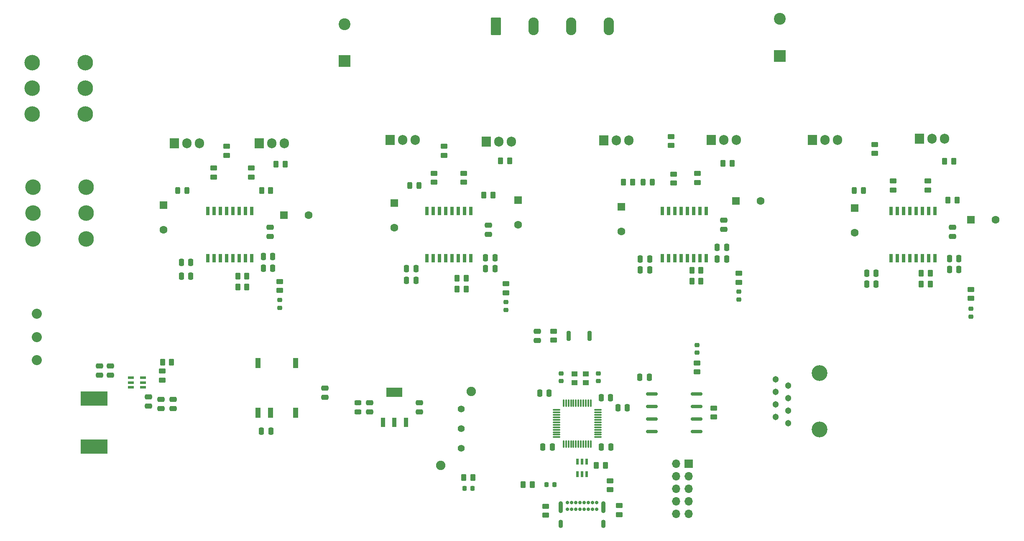
<source format=gbr>
%TF.GenerationSoftware,KiCad,Pcbnew,(6.0.7)*%
%TF.CreationDate,2024-02-27T11:31:56-06:00*%
%TF.ProjectId,StepperMotorController,53746570-7065-4724-9d6f-746f72436f6e,rev?*%
%TF.SameCoordinates,Original*%
%TF.FileFunction,Soldermask,Top*%
%TF.FilePolarity,Negative*%
%FSLAX46Y46*%
G04 Gerber Fmt 4.6, Leading zero omitted, Abs format (unit mm)*
G04 Created by KiCad (PCBNEW (6.0.7)) date 2024-02-27 11:31:56*
%MOMM*%
%LPD*%
G01*
G04 APERTURE LIST*
G04 Aperture macros list*
%AMRoundRect*
0 Rectangle with rounded corners*
0 $1 Rounding radius*
0 $2 $3 $4 $5 $6 $7 $8 $9 X,Y pos of 4 corners*
0 Add a 4 corners polygon primitive as box body*
4,1,4,$2,$3,$4,$5,$6,$7,$8,$9,$2,$3,0*
0 Add four circle primitives for the rounded corners*
1,1,$1+$1,$2,$3*
1,1,$1+$1,$4,$5*
1,1,$1+$1,$6,$7*
1,1,$1+$1,$8,$9*
0 Add four rect primitives between the rounded corners*
20,1,$1+$1,$2,$3,$4,$5,0*
20,1,$1+$1,$4,$5,$6,$7,0*
20,1,$1+$1,$6,$7,$8,$9,0*
20,1,$1+$1,$8,$9,$2,$3,0*%
G04 Aperture macros list end*
%ADD10RoundRect,0.243750X-0.243750X-0.456250X0.243750X-0.456250X0.243750X0.456250X-0.243750X0.456250X0*%
%ADD11RoundRect,0.250000X0.262500X0.450000X-0.262500X0.450000X-0.262500X-0.450000X0.262500X-0.450000X0*%
%ADD12R,0.900000X1.950000*%
%ADD13R,3.200000X1.950000*%
%ADD14R,1.905000X2.000000*%
%ADD15O,1.905000X2.000000*%
%ADD16RoundRect,0.250000X0.450000X-0.262500X0.450000X0.262500X-0.450000X0.262500X-0.450000X-0.262500X0*%
%ADD17RoundRect,0.250000X-0.475000X0.250000X-0.475000X-0.250000X0.475000X-0.250000X0.475000X0.250000X0*%
%ADD18RoundRect,0.250000X-0.450000X0.262500X-0.450000X-0.262500X0.450000X-0.262500X0.450000X0.262500X0*%
%ADD19C,3.149600*%
%ADD20RoundRect,0.250000X-0.250000X-0.475000X0.250000X-0.475000X0.250000X0.475000X-0.250000X0.475000X0*%
%ADD21RoundRect,0.250000X0.475000X-0.250000X0.475000X0.250000X-0.475000X0.250000X-0.475000X-0.250000X0*%
%ADD22RoundRect,0.243750X0.243750X0.456250X-0.243750X0.456250X-0.243750X-0.456250X0.243750X-0.456250X0*%
%ADD23RoundRect,0.225000X0.250000X-0.225000X0.250000X0.225000X-0.250000X0.225000X-0.250000X-0.225000X0*%
%ADD24RoundRect,0.200000X0.200000X0.800000X-0.200000X0.800000X-0.200000X-0.800000X0.200000X-0.800000X0*%
%ADD25R,0.650000X1.750000*%
%ADD26R,2.400000X2.400000*%
%ADD27C,2.400000*%
%ADD28RoundRect,0.250000X-0.262500X-0.450000X0.262500X-0.450000X0.262500X0.450000X-0.262500X0.450000X0*%
%ADD29RoundRect,0.075000X-0.075000X0.662500X-0.075000X-0.662500X0.075000X-0.662500X0.075000X0.662500X0*%
%ADD30RoundRect,0.075000X-0.662500X0.075000X-0.662500X-0.075000X0.662500X-0.075000X0.662500X0.075000X0*%
%ADD31R,1.600000X1.600000*%
%ADD32C,1.600000*%
%ADD33RoundRect,0.250000X0.250000X0.475000X-0.250000X0.475000X-0.250000X-0.475000X0.250000X-0.475000X0*%
%ADD34C,1.397000*%
%ADD35C,1.905000*%
%ADD36RoundRect,0.218750X0.256250X-0.218750X0.256250X0.218750X-0.256250X0.218750X-0.256250X-0.218750X0*%
%ADD37RoundRect,0.243750X0.456250X-0.243750X0.456250X0.243750X-0.456250X0.243750X-0.456250X-0.243750X0*%
%ADD38RoundRect,0.225000X-0.250000X0.225000X-0.250000X-0.225000X0.250000X-0.225000X0.250000X0.225000X0*%
%ADD39R,1.000000X2.100000*%
%ADD40RoundRect,0.218750X-0.218750X-0.256250X0.218750X-0.256250X0.218750X0.256250X-0.218750X0.256250X0*%
%ADD41R,0.600000X1.200000*%
%ADD42C,2.032000*%
%ADD43RoundRect,0.250001X-0.799999X-1.549999X0.799999X-1.549999X0.799999X1.549999X-0.799999X1.549999X0*%
%ADD44O,2.100000X3.600000*%
%ADD45C,3.200000*%
%ADD46C,1.303000*%
%ADD47R,1.200000X0.600000*%
%ADD48R,1.300000X1.100000*%
%ADD49RoundRect,0.218750X-0.256250X0.218750X-0.256250X-0.218750X0.256250X-0.218750X0.256250X0.218750X0*%
%ADD50RoundRect,0.162500X-1.012500X-0.162500X1.012500X-0.162500X1.012500X0.162500X-1.012500X0.162500X0*%
%ADD51R,5.400000X2.900000*%
%ADD52R,1.700000X1.700000*%
%ADD53O,1.700000X1.700000*%
%ADD54C,0.700000*%
%ADD55O,0.900000X2.400000*%
%ADD56O,0.900000X1.700000*%
G04 APERTURE END LIST*
D10*
%TO.C,D5*%
X252062500Y-167000000D03*
X253937500Y-167000000D03*
%TD*%
D11*
%TO.C,R17*%
X272312500Y-162000000D03*
X270487500Y-162000000D03*
%TD*%
D12*
%TO.C,IC6*%
X246700000Y-215050000D03*
X249000000Y-215050000D03*
X251300000Y-215050000D03*
D13*
X249000000Y-208950000D03*
%TD*%
D14*
%TO.C,Q2*%
X221610000Y-158495000D03*
D15*
X224150000Y-158495000D03*
X226690000Y-158495000D03*
%TD*%
D16*
%TO.C,R29*%
X310350000Y-166412500D03*
X310350000Y-164587500D03*
%TD*%
D17*
%TO.C,C44*%
X277900000Y-196570000D03*
X277900000Y-198470000D03*
%TD*%
D18*
%TO.C,R39*%
X318700000Y-184837500D03*
X318700000Y-186662500D03*
%TD*%
D19*
%TO.C,J6*%
X175800000Y-167400000D03*
X175800000Y-172610000D03*
X175800000Y-177820000D03*
X186599999Y-167400000D03*
X186599999Y-172610000D03*
X186599999Y-177820000D03*
%TD*%
D20*
%TO.C,C18*%
X298750000Y-181950000D03*
X300650000Y-181950000D03*
%TD*%
D21*
%TO.C,C47*%
X254000000Y-212950000D03*
X254000000Y-211050000D03*
%TD*%
D22*
%TO.C,D6*%
X301237500Y-166350000D03*
X299362500Y-166350000D03*
%TD*%
D23*
%TO.C,C39*%
X282700000Y-206649999D03*
X282700000Y-205099999D03*
%TD*%
D14*
%TO.C,Q4*%
X267610000Y-158095000D03*
D15*
X270150000Y-158095000D03*
X272690000Y-158095000D03*
%TD*%
D18*
%TO.C,R6*%
X279577500Y-232025000D03*
X279577500Y-233850000D03*
%TD*%
D24*
%TO.C,SW3*%
X288487501Y-197470000D03*
X284287501Y-197470000D03*
%TD*%
D25*
%TO.C,IC4*%
X303255000Y-181775000D03*
X304525000Y-181775000D03*
X305795000Y-181775000D03*
X307065000Y-181775000D03*
X308335000Y-181775000D03*
X309605000Y-181775000D03*
X310875000Y-181775000D03*
X312145000Y-181775000D03*
X312145000Y-172225000D03*
X310875000Y-172225000D03*
X309605000Y-172225000D03*
X308335000Y-172225000D03*
X307065000Y-172225000D03*
X305795000Y-172225000D03*
X304525000Y-172225000D03*
X303255000Y-172225000D03*
%TD*%
D26*
%TO.C,C17*%
X238900000Y-141812755D03*
D27*
X238900000Y-134312755D03*
%TD*%
D25*
%TO.C,IC1*%
X211155000Y-181775000D03*
X212425000Y-181775000D03*
X213695000Y-181775000D03*
X214965000Y-181775000D03*
X216235000Y-181775000D03*
X217505000Y-181775000D03*
X218775000Y-181775000D03*
X220045000Y-181775000D03*
X220045000Y-172225000D03*
X218775000Y-172225000D03*
X217505000Y-172225000D03*
X216235000Y-172225000D03*
X214965000Y-172225000D03*
X213695000Y-172225000D03*
X212425000Y-172225000D03*
X211155000Y-172225000D03*
%TD*%
D28*
%TO.C,R4*%
X217287500Y-187600000D03*
X219112500Y-187600000D03*
%TD*%
D29*
%TO.C,U2*%
X288737500Y-211107500D03*
X288237500Y-211107500D03*
X287737500Y-211107500D03*
X287237500Y-211107500D03*
X286737500Y-211107500D03*
X286237500Y-211107500D03*
X285737500Y-211107500D03*
X285237500Y-211107500D03*
X284737500Y-211107500D03*
X284237500Y-211107500D03*
X283737500Y-211107500D03*
X283237500Y-211107500D03*
D30*
X281825000Y-212520000D03*
X281825000Y-213020000D03*
X281825000Y-213520000D03*
X281825000Y-214020000D03*
X281825000Y-214520000D03*
X281825000Y-215020000D03*
X281825000Y-215520000D03*
X281825000Y-216020000D03*
X281825000Y-216520000D03*
X281825000Y-217020000D03*
X281825000Y-217520000D03*
X281825000Y-218020000D03*
D29*
X283237500Y-219432500D03*
X283737500Y-219432500D03*
X284237500Y-219432500D03*
X284737500Y-219432500D03*
X285237500Y-219432500D03*
X285737500Y-219432500D03*
X286237500Y-219432500D03*
X286737500Y-219432500D03*
X287237500Y-219432500D03*
X287737500Y-219432500D03*
X288237500Y-219432500D03*
X288737500Y-219432500D03*
D30*
X290150000Y-218020000D03*
X290150000Y-217520000D03*
X290150000Y-217020000D03*
X290150000Y-216520000D03*
X290150000Y-216020000D03*
X290150000Y-215520000D03*
X290150000Y-215020000D03*
X290150000Y-214520000D03*
X290150000Y-214020000D03*
X290150000Y-213520000D03*
X290150000Y-213020000D03*
X290150000Y-212520000D03*
%TD*%
D16*
%TO.C,R10*%
X220000000Y-165312500D03*
X220000000Y-163487500D03*
%TD*%
D20*
%TO.C,C4*%
X251425000Y-183845000D03*
X253325000Y-183845000D03*
%TD*%
%TO.C,C45*%
X290875000Y-220050000D03*
X292775000Y-220050000D03*
%TD*%
D31*
%TO.C,C16*%
X274000000Y-170000000D03*
D32*
X274000000Y-175000000D03*
%TD*%
D33*
%TO.C,C42*%
X280325000Y-209100000D03*
X278425000Y-209100000D03*
%TD*%
D28*
%TO.C,R23*%
X309212500Y-186375000D03*
X311037500Y-186375000D03*
%TD*%
D18*
%TO.C,R15*%
X259000000Y-159087500D03*
X259000000Y-160912500D03*
%TD*%
D21*
%TO.C,C30*%
X315700000Y-175950000D03*
X315700000Y-174050000D03*
%TD*%
D16*
%TO.C,R9*%
X257000000Y-166357500D03*
X257000000Y-164532500D03*
%TD*%
D31*
%TO.C,C32*%
X318097349Y-170150000D03*
D32*
X323097349Y-170150000D03*
%TD*%
D16*
%TO.C,R11*%
X263000000Y-166357500D03*
X263000000Y-164532500D03*
%TD*%
D34*
%TO.C,SW2*%
X262517200Y-212284950D03*
X262517200Y-216272750D03*
X262517200Y-220260550D03*
D35*
X264523800Y-208779750D03*
X258326200Y-223765750D03*
%TD*%
D16*
%TO.C,R8*%
X212400000Y-165312500D03*
X212400000Y-163487500D03*
%TD*%
D33*
%TO.C,C10*%
X269325000Y-181645000D03*
X267425000Y-181645000D03*
%TD*%
D36*
%TO.C,D12*%
X365750000Y-193575000D03*
X365750000Y-192000000D03*
%TD*%
D21*
%TO.C,C40*%
X243999998Y-212950000D03*
X243999998Y-211050000D03*
%TD*%
D16*
%TO.C,R28*%
X350000000Y-167912500D03*
X350000000Y-166087500D03*
%TD*%
%TO.C,R3*%
X294500000Y-233712500D03*
X294500000Y-231887500D03*
%TD*%
D11*
%TO.C,R13*%
X223912500Y-168000000D03*
X222087500Y-168000000D03*
%TD*%
D37*
%TO.C,D8*%
X241600000Y-212937500D03*
X241600000Y-211062500D03*
%TD*%
D38*
%TO.C,C38*%
X290300000Y-205100000D03*
X290300000Y-206650000D03*
%TD*%
D36*
%TO.C,D10*%
X318700000Y-190137500D03*
X318700000Y-188562500D03*
%TD*%
D28*
%TO.C,R1*%
X217287500Y-185400000D03*
X219112500Y-185400000D03*
%TD*%
%TO.C,R32*%
X295387500Y-166350000D03*
X297212500Y-166350000D03*
%TD*%
D39*
%TO.C,J3*%
X221390000Y-213100000D03*
X223930000Y-213100000D03*
X229010000Y-213100000D03*
X229010000Y-203000000D03*
X221390000Y-203000000D03*
%TD*%
D40*
%TO.C,USB*%
X279800000Y-227670000D03*
X281375000Y-227670000D03*
%TD*%
D18*
%TO.C,R40*%
X271575000Y-186932500D03*
X271575000Y-188757500D03*
%TD*%
D41*
%TO.C,D1*%
X287937500Y-223020000D03*
X286987500Y-223020000D03*
X286037500Y-223020000D03*
X286037500Y-225520000D03*
X286987500Y-225520000D03*
X287937500Y-225520000D03*
%TD*%
D11*
%TO.C,R25*%
X203862500Y-202800000D03*
X202037500Y-202800000D03*
%TD*%
D42*
%TO.C,SW1*%
X176533400Y-202420101D03*
X176533400Y-197720100D03*
X176533400Y-193020100D03*
%TD*%
D33*
%TO.C,C41*%
X280950000Y-220000000D03*
X279050000Y-220000000D03*
%TD*%
D20*
%TO.C,C3*%
X205850000Y-182600000D03*
X207750000Y-182600000D03*
%TD*%
D28*
%TO.C,R21*%
X309212500Y-184175000D03*
X311037500Y-184175000D03*
%TD*%
D10*
%TO.C,D4*%
X205062500Y-168000000D03*
X206937500Y-168000000D03*
%TD*%
D20*
%TO.C,C43*%
X290837500Y-210070000D03*
X292737500Y-210070000D03*
%TD*%
D43*
%TO.C,J5*%
X269570000Y-134722500D03*
D44*
X277190000Y-134722500D03*
X284810000Y-134722500D03*
X292430000Y-134722500D03*
%TD*%
D14*
%TO.C,Q7*%
X333610000Y-157795000D03*
D15*
X336150000Y-157795000D03*
X338690000Y-157795000D03*
%TD*%
D20*
%TO.C,C23*%
X344600000Y-187000000D03*
X346500000Y-187000000D03*
%TD*%
D17*
%TO.C,C27*%
X189249998Y-203600000D03*
X189249998Y-205500000D03*
%TD*%
D18*
%TO.C,R42*%
X225800000Y-186487500D03*
X225800000Y-188312500D03*
%TD*%
%TO.C,FB1*%
X292625000Y-226837500D03*
X292625000Y-228662500D03*
%TD*%
D14*
%TO.C,Q5*%
X291400000Y-157850000D03*
D15*
X293940000Y-157850000D03*
X296480000Y-157850000D03*
%TD*%
D10*
%TO.C,D7*%
X342062500Y-168000000D03*
X343937500Y-168000000D03*
%TD*%
D11*
%TO.C,R19*%
X276900000Y-227670000D03*
X275075000Y-227670000D03*
%TD*%
D17*
%TO.C,CBOOT1*%
X199200001Y-209850000D03*
X199200001Y-211750000D03*
%TD*%
D28*
%TO.C,R24*%
X355637500Y-187000000D03*
X357462500Y-187000000D03*
%TD*%
D18*
%TO.C,R12*%
X215000000Y-159087500D03*
X215000000Y-160912500D03*
%TD*%
D28*
%TO.C,R38*%
X263050000Y-226175000D03*
X264875000Y-226175000D03*
%TD*%
D18*
%TO.C,R7*%
X313675000Y-212132500D03*
X313675000Y-213957500D03*
%TD*%
D33*
%TO.C,C9*%
X224350000Y-181400000D03*
X222450000Y-181400000D03*
%TD*%
D31*
%TO.C,C11*%
X202200000Y-171000000D03*
D32*
X202200000Y-176000000D03*
%TD*%
D20*
%TO.C,C8*%
X251425000Y-186245000D03*
X253325000Y-186245000D03*
%TD*%
D31*
%TO.C,C28*%
X294900000Y-171347349D03*
D32*
X294900000Y-176347349D03*
%TD*%
D33*
%TO.C,C25*%
X316250000Y-179550000D03*
X314350000Y-179550000D03*
%TD*%
D45*
%TO.C,J2*%
X335100000Y-216435000D03*
X335100000Y-205005000D03*
D46*
X328750000Y-215165000D03*
X326210000Y-213895000D03*
X328750000Y-212625000D03*
X326210000Y-211355000D03*
X328750000Y-210085000D03*
X326210000Y-208815000D03*
X328750000Y-207545000D03*
X326210000Y-206275000D03*
%TD*%
D36*
%TO.C,D11*%
X271575000Y-192232500D03*
X271575000Y-190657500D03*
%TD*%
D18*
%TO.C,R31*%
X305000000Y-157087500D03*
X305000000Y-158912500D03*
%TD*%
D25*
%TO.C,IC5*%
X349505000Y-181775000D03*
X350775000Y-181775000D03*
X352045000Y-181775000D03*
X353315000Y-181775000D03*
X354585000Y-181775000D03*
X355855000Y-181775000D03*
X357125000Y-181775000D03*
X358395000Y-181775000D03*
X358395000Y-172225000D03*
X357125000Y-172225000D03*
X355855000Y-172225000D03*
X354585000Y-172225000D03*
X353315000Y-172225000D03*
X352045000Y-172225000D03*
X350775000Y-172225000D03*
X349505000Y-172225000D03*
%TD*%
%TO.C,IC2*%
X255555000Y-181775000D03*
X256825000Y-181775000D03*
X258095000Y-181775000D03*
X259365000Y-181775000D03*
X260635000Y-181775000D03*
X261905000Y-181775000D03*
X263175000Y-181775000D03*
X264445000Y-181775000D03*
X264445000Y-172225000D03*
X263175000Y-172225000D03*
X261905000Y-172225000D03*
X260635000Y-172225000D03*
X259365000Y-172225000D03*
X258095000Y-172225000D03*
X256825000Y-172225000D03*
X255555000Y-172225000D03*
%TD*%
D33*
%TO.C,C7*%
X269325000Y-183845000D03*
X267425000Y-183845000D03*
%TD*%
%TO.C,C20*%
X316250000Y-181950000D03*
X314350000Y-181950000D03*
%TD*%
D17*
%TO.C,C35*%
X201700000Y-210350000D03*
X201700000Y-212250000D03*
%TD*%
D16*
%TO.C,R37*%
X281187501Y-198382500D03*
X281187501Y-196557500D03*
%TD*%
D20*
%TO.C,C6*%
X205850000Y-185400000D03*
X207750000Y-185400000D03*
%TD*%
D26*
%TO.C,C1*%
X327000000Y-140762755D03*
D27*
X327000000Y-133262755D03*
%TD*%
D47*
%TO.C,IC3*%
X198100000Y-207899998D03*
X198100000Y-206949998D03*
X198100000Y-205999998D03*
X195600000Y-205999998D03*
X195600000Y-206949998D03*
X195600000Y-207899998D03*
%TD*%
D16*
%TO.C,R27*%
X305555000Y-166522500D03*
X305555000Y-164697500D03*
%TD*%
D11*
%TO.C,R33*%
X317362500Y-162500000D03*
X315537500Y-162500000D03*
%TD*%
D21*
%TO.C,C31*%
X361950000Y-177350000D03*
X361950000Y-175450000D03*
%TD*%
D14*
%TO.C,Q3*%
X248110000Y-157795000D03*
D15*
X250650000Y-157795000D03*
X253190000Y-157795000D03*
%TD*%
D31*
%TO.C,C12*%
X249000000Y-170597349D03*
D32*
X249000000Y-175597349D03*
%TD*%
D14*
%TO.C,Q6*%
X313160000Y-157795000D03*
D15*
X315700000Y-157795000D03*
X318240000Y-157795000D03*
%TD*%
D33*
%TO.C,C36*%
X223950000Y-216800000D03*
X222050000Y-216800000D03*
%TD*%
D11*
%TO.C,R36*%
X362212500Y-162100000D03*
X360387500Y-162100000D03*
%TD*%
D18*
%TO.C,R34*%
X346250000Y-158687500D03*
X346250000Y-160512500D03*
%TD*%
D36*
%TO.C,D13*%
X225800000Y-191787500D03*
X225800000Y-190212500D03*
%TD*%
D20*
%TO.C,C46*%
X294225000Y-212100000D03*
X296125000Y-212100000D03*
%TD*%
D21*
%TO.C,C34*%
X204200000Y-212250000D03*
X204200000Y-210350000D03*
%TD*%
D40*
%TO.C,5V*%
X263175000Y-228375000D03*
X264750000Y-228375000D03*
%TD*%
D17*
%TO.C,C37*%
X234900000Y-208050000D03*
X234900000Y-209950000D03*
%TD*%
D31*
%TO.C,C29*%
X342150000Y-171597349D03*
D32*
X342150000Y-176597349D03*
%TD*%
D11*
%TO.C,R14*%
X226862500Y-162700000D03*
X225037500Y-162700000D03*
%TD*%
D33*
%TO.C,C22*%
X363300000Y-181800000D03*
X361400000Y-181800000D03*
%TD*%
D18*
%TO.C,R41*%
X365750000Y-188087500D03*
X365750000Y-189912500D03*
%TD*%
%TO.C,R26*%
X201950000Y-204637500D03*
X201950000Y-206462500D03*
%TD*%
D20*
%TO.C,C19*%
X344600000Y-184800000D03*
X346500000Y-184800000D03*
%TD*%
D19*
%TO.C,J7*%
X175630501Y-142107500D03*
X175630501Y-147317500D03*
X175630501Y-152527500D03*
X186430500Y-142107500D03*
X186430500Y-147317500D03*
X186430500Y-152527500D03*
%TD*%
D28*
%TO.C,R2*%
X261662500Y-185845000D03*
X263487500Y-185845000D03*
%TD*%
D14*
%TO.C,Q8*%
X355300000Y-157550000D03*
D15*
X357840000Y-157550000D03*
X360380000Y-157550000D03*
%TD*%
D31*
%TO.C,C15*%
X226597349Y-173000000D03*
D32*
X231597349Y-173000000D03*
%TD*%
D21*
%TO.C,C14*%
X268000000Y-176950000D03*
X268000000Y-175050000D03*
%TD*%
D48*
%TO.C,Y1*%
X287725000Y-205175000D03*
X285425000Y-205175000D03*
X285425000Y-206975000D03*
X287725000Y-206975000D03*
%TD*%
D28*
%TO.C,R5*%
X261662500Y-188045000D03*
X263487500Y-188045000D03*
%TD*%
D11*
%TO.C,R35*%
X362912500Y-170000000D03*
X361087500Y-170000000D03*
%TD*%
D17*
%TO.C,C24*%
X191450000Y-203600001D03*
X191450000Y-205500001D03*
%TD*%
D49*
%TO.C,D14*%
X310250000Y-199320001D03*
X310250000Y-200895001D03*
%TD*%
D11*
%TO.C,R20*%
X291712500Y-223775000D03*
X289887500Y-223775000D03*
%TD*%
D33*
%TO.C,C5*%
X224349999Y-183800000D03*
X222449999Y-183800000D03*
%TD*%
D28*
%TO.C,R22*%
X355637500Y-184800000D03*
X357462500Y-184800000D03*
%TD*%
D20*
%TO.C,C21*%
X298750000Y-184150000D03*
X300650000Y-184150000D03*
%TD*%
D31*
%TO.C,C33*%
X365747349Y-174000000D03*
D32*
X370747349Y-174000000D03*
%TD*%
D14*
%TO.C,Q1*%
X204400000Y-158500000D03*
D15*
X206940000Y-158500000D03*
X209480000Y-158500000D03*
%TD*%
D50*
%TO.C,U1*%
X301125000Y-209310000D03*
X301125000Y-211850000D03*
X301125000Y-214390000D03*
X301125000Y-216930000D03*
X310175000Y-216930000D03*
X310175000Y-214390000D03*
X310175000Y-211850000D03*
X310175000Y-209310000D03*
%TD*%
D16*
%TO.C,R43*%
X310250000Y-204819999D03*
X310250000Y-202994999D03*
%TD*%
D51*
%TO.C,L1*%
X188200000Y-210200000D03*
X188200000Y-219900000D03*
%TD*%
D21*
%TO.C,C13*%
X223800000Y-177350000D03*
X223800000Y-175450000D03*
%TD*%
D16*
%TO.C,R30*%
X357000000Y-167912500D03*
X357000000Y-166087500D03*
%TD*%
D52*
%TO.C,J4*%
X308600000Y-223400000D03*
D53*
X306060000Y-223400000D03*
X308600000Y-225940000D03*
X306060000Y-225940000D03*
X308600000Y-228480000D03*
X306060000Y-228480000D03*
X308600000Y-231020000D03*
X306060000Y-231020000D03*
X308600000Y-233560000D03*
X306060000Y-233560000D03*
%TD*%
D33*
%TO.C,C26*%
X363300000Y-184000000D03*
X361400000Y-184000000D03*
%TD*%
D20*
%TO.C,C2*%
X298700001Y-205920000D03*
X300600001Y-205920000D03*
%TD*%
D11*
%TO.C,R16*%
X268912500Y-169000000D03*
X267087500Y-169000000D03*
%TD*%
D54*
%TO.C,J1*%
X289950000Y-231250000D03*
X289100000Y-231250000D03*
X288250000Y-231250000D03*
X287400000Y-231250000D03*
X286550000Y-231250000D03*
X285700000Y-231250000D03*
X284850000Y-231250000D03*
X284000000Y-231250000D03*
X284000000Y-232600000D03*
X284850000Y-232600000D03*
X285700000Y-232600000D03*
X286550000Y-232600000D03*
X287400000Y-232600000D03*
X288250000Y-232600000D03*
X289100000Y-232600000D03*
X289950000Y-232600000D03*
D55*
X282650000Y-232230000D03*
D56*
X291300000Y-235610000D03*
X282650000Y-235610000D03*
D55*
X291300000Y-232230000D03*
%TD*%
M02*

</source>
